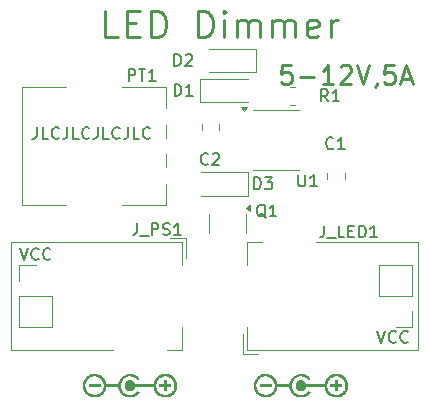
<source format=gbr>
%TF.GenerationSoftware,KiCad,Pcbnew,9.0.3*%
%TF.CreationDate,2025-07-15T20:34:28+12:00*%
%TF.ProjectId,LED_Dimmer,4c45445f-4469-46d6-9d65-722e6b696361,rev?*%
%TF.SameCoordinates,Original*%
%TF.FileFunction,Legend,Top*%
%TF.FilePolarity,Positive*%
%FSLAX46Y46*%
G04 Gerber Fmt 4.6, Leading zero omitted, Abs format (unit mm)*
G04 Created by KiCad (PCBNEW 9.0.3) date 2025-07-15 20:34:28*
%MOMM*%
%LPD*%
G01*
G04 APERTURE LIST*
%ADD10C,0.150000*%
%ADD11C,0.250000*%
%ADD12C,0.120000*%
%ADD13C,0.000000*%
G04 APERTURE END LIST*
D10*
X87122493Y-34119819D02*
X87122493Y-34834104D01*
X87122493Y-34834104D02*
X87074874Y-34976961D01*
X87074874Y-34976961D02*
X86979636Y-35072200D01*
X86979636Y-35072200D02*
X86836779Y-35119819D01*
X86836779Y-35119819D02*
X86741541Y-35119819D01*
X88074874Y-35119819D02*
X87598684Y-35119819D01*
X87598684Y-35119819D02*
X87598684Y-34119819D01*
X88979636Y-35024580D02*
X88932017Y-35072200D01*
X88932017Y-35072200D02*
X88789160Y-35119819D01*
X88789160Y-35119819D02*
X88693922Y-35119819D01*
X88693922Y-35119819D02*
X88551065Y-35072200D01*
X88551065Y-35072200D02*
X88455827Y-34976961D01*
X88455827Y-34976961D02*
X88408208Y-34881723D01*
X88408208Y-34881723D02*
X88360589Y-34691247D01*
X88360589Y-34691247D02*
X88360589Y-34548390D01*
X88360589Y-34548390D02*
X88408208Y-34357914D01*
X88408208Y-34357914D02*
X88455827Y-34262676D01*
X88455827Y-34262676D02*
X88551065Y-34167438D01*
X88551065Y-34167438D02*
X88693922Y-34119819D01*
X88693922Y-34119819D02*
X88789160Y-34119819D01*
X88789160Y-34119819D02*
X88932017Y-34167438D01*
X88932017Y-34167438D02*
X88979636Y-34215057D01*
X89693922Y-34119819D02*
X89693922Y-34834104D01*
X89693922Y-34834104D02*
X89646303Y-34976961D01*
X89646303Y-34976961D02*
X89551065Y-35072200D01*
X89551065Y-35072200D02*
X89408208Y-35119819D01*
X89408208Y-35119819D02*
X89312970Y-35119819D01*
X90646303Y-35119819D02*
X90170113Y-35119819D01*
X90170113Y-35119819D02*
X90170113Y-34119819D01*
X91551065Y-35024580D02*
X91503446Y-35072200D01*
X91503446Y-35072200D02*
X91360589Y-35119819D01*
X91360589Y-35119819D02*
X91265351Y-35119819D01*
X91265351Y-35119819D02*
X91122494Y-35072200D01*
X91122494Y-35072200D02*
X91027256Y-34976961D01*
X91027256Y-34976961D02*
X90979637Y-34881723D01*
X90979637Y-34881723D02*
X90932018Y-34691247D01*
X90932018Y-34691247D02*
X90932018Y-34548390D01*
X90932018Y-34548390D02*
X90979637Y-34357914D01*
X90979637Y-34357914D02*
X91027256Y-34262676D01*
X91027256Y-34262676D02*
X91122494Y-34167438D01*
X91122494Y-34167438D02*
X91265351Y-34119819D01*
X91265351Y-34119819D02*
X91360589Y-34119819D01*
X91360589Y-34119819D02*
X91503446Y-34167438D01*
X91503446Y-34167438D02*
X91551065Y-34215057D01*
X92265351Y-34119819D02*
X92265351Y-34834104D01*
X92265351Y-34834104D02*
X92217732Y-34976961D01*
X92217732Y-34976961D02*
X92122494Y-35072200D01*
X92122494Y-35072200D02*
X91979637Y-35119819D01*
X91979637Y-35119819D02*
X91884399Y-35119819D01*
X93217732Y-35119819D02*
X92741542Y-35119819D01*
X92741542Y-35119819D02*
X92741542Y-34119819D01*
X94122494Y-35024580D02*
X94074875Y-35072200D01*
X94074875Y-35072200D02*
X93932018Y-35119819D01*
X93932018Y-35119819D02*
X93836780Y-35119819D01*
X93836780Y-35119819D02*
X93693923Y-35072200D01*
X93693923Y-35072200D02*
X93598685Y-34976961D01*
X93598685Y-34976961D02*
X93551066Y-34881723D01*
X93551066Y-34881723D02*
X93503447Y-34691247D01*
X93503447Y-34691247D02*
X93503447Y-34548390D01*
X93503447Y-34548390D02*
X93551066Y-34357914D01*
X93551066Y-34357914D02*
X93598685Y-34262676D01*
X93598685Y-34262676D02*
X93693923Y-34167438D01*
X93693923Y-34167438D02*
X93836780Y-34119819D01*
X93836780Y-34119819D02*
X93932018Y-34119819D01*
X93932018Y-34119819D02*
X94074875Y-34167438D01*
X94074875Y-34167438D02*
X94122494Y-34215057D01*
X94836780Y-34119819D02*
X94836780Y-34834104D01*
X94836780Y-34834104D02*
X94789161Y-34976961D01*
X94789161Y-34976961D02*
X94693923Y-35072200D01*
X94693923Y-35072200D02*
X94551066Y-35119819D01*
X94551066Y-35119819D02*
X94455828Y-35119819D01*
X95789161Y-35119819D02*
X95312971Y-35119819D01*
X95312971Y-35119819D02*
X95312971Y-34119819D01*
X96693923Y-35024580D02*
X96646304Y-35072200D01*
X96646304Y-35072200D02*
X96503447Y-35119819D01*
X96503447Y-35119819D02*
X96408209Y-35119819D01*
X96408209Y-35119819D02*
X96265352Y-35072200D01*
X96265352Y-35072200D02*
X96170114Y-34976961D01*
X96170114Y-34976961D02*
X96122495Y-34881723D01*
X96122495Y-34881723D02*
X96074876Y-34691247D01*
X96074876Y-34691247D02*
X96074876Y-34548390D01*
X96074876Y-34548390D02*
X96122495Y-34357914D01*
X96122495Y-34357914D02*
X96170114Y-34262676D01*
X96170114Y-34262676D02*
X96265352Y-34167438D01*
X96265352Y-34167438D02*
X96408209Y-34119819D01*
X96408209Y-34119819D02*
X96503447Y-34119819D01*
X96503447Y-34119819D02*
X96646304Y-34167438D01*
X96646304Y-34167438D02*
X96693923Y-34215057D01*
X85693922Y-44369819D02*
X86027255Y-45369819D01*
X86027255Y-45369819D02*
X86360588Y-44369819D01*
X87265350Y-45274580D02*
X87217731Y-45322200D01*
X87217731Y-45322200D02*
X87074874Y-45369819D01*
X87074874Y-45369819D02*
X86979636Y-45369819D01*
X86979636Y-45369819D02*
X86836779Y-45322200D01*
X86836779Y-45322200D02*
X86741541Y-45226961D01*
X86741541Y-45226961D02*
X86693922Y-45131723D01*
X86693922Y-45131723D02*
X86646303Y-44941247D01*
X86646303Y-44941247D02*
X86646303Y-44798390D01*
X86646303Y-44798390D02*
X86693922Y-44607914D01*
X86693922Y-44607914D02*
X86741541Y-44512676D01*
X86741541Y-44512676D02*
X86836779Y-44417438D01*
X86836779Y-44417438D02*
X86979636Y-44369819D01*
X86979636Y-44369819D02*
X87074874Y-44369819D01*
X87074874Y-44369819D02*
X87217731Y-44417438D01*
X87217731Y-44417438D02*
X87265350Y-44465057D01*
X88265350Y-45274580D02*
X88217731Y-45322200D01*
X88217731Y-45322200D02*
X88074874Y-45369819D01*
X88074874Y-45369819D02*
X87979636Y-45369819D01*
X87979636Y-45369819D02*
X87836779Y-45322200D01*
X87836779Y-45322200D02*
X87741541Y-45226961D01*
X87741541Y-45226961D02*
X87693922Y-45131723D01*
X87693922Y-45131723D02*
X87646303Y-44941247D01*
X87646303Y-44941247D02*
X87646303Y-44798390D01*
X87646303Y-44798390D02*
X87693922Y-44607914D01*
X87693922Y-44607914D02*
X87741541Y-44512676D01*
X87741541Y-44512676D02*
X87836779Y-44417438D01*
X87836779Y-44417438D02*
X87979636Y-44369819D01*
X87979636Y-44369819D02*
X88074874Y-44369819D01*
X88074874Y-44369819D02*
X88217731Y-44417438D01*
X88217731Y-44417438D02*
X88265350Y-44465057D01*
D11*
X108637117Y-28881445D02*
X107875212Y-28881445D01*
X107875212Y-28881445D02*
X107799021Y-29643350D01*
X107799021Y-29643350D02*
X107875212Y-29567159D01*
X107875212Y-29567159D02*
X108027593Y-29490969D01*
X108027593Y-29490969D02*
X108408545Y-29490969D01*
X108408545Y-29490969D02*
X108560926Y-29567159D01*
X108560926Y-29567159D02*
X108637117Y-29643350D01*
X108637117Y-29643350D02*
X108713307Y-29795731D01*
X108713307Y-29795731D02*
X108713307Y-30176683D01*
X108713307Y-30176683D02*
X108637117Y-30329064D01*
X108637117Y-30329064D02*
X108560926Y-30405255D01*
X108560926Y-30405255D02*
X108408545Y-30481445D01*
X108408545Y-30481445D02*
X108027593Y-30481445D01*
X108027593Y-30481445D02*
X107875212Y-30405255D01*
X107875212Y-30405255D02*
X107799021Y-30329064D01*
X109399022Y-29871921D02*
X110618070Y-29871921D01*
X112218069Y-30481445D02*
X111303783Y-30481445D01*
X111760926Y-30481445D02*
X111760926Y-28881445D01*
X111760926Y-28881445D02*
X111608545Y-29110016D01*
X111608545Y-29110016D02*
X111456164Y-29262397D01*
X111456164Y-29262397D02*
X111303783Y-29338588D01*
X112827593Y-29033826D02*
X112903784Y-28957635D01*
X112903784Y-28957635D02*
X113056165Y-28881445D01*
X113056165Y-28881445D02*
X113437117Y-28881445D01*
X113437117Y-28881445D02*
X113589498Y-28957635D01*
X113589498Y-28957635D02*
X113665689Y-29033826D01*
X113665689Y-29033826D02*
X113741879Y-29186207D01*
X113741879Y-29186207D02*
X113741879Y-29338588D01*
X113741879Y-29338588D02*
X113665689Y-29567159D01*
X113665689Y-29567159D02*
X112751403Y-30481445D01*
X112751403Y-30481445D02*
X113741879Y-30481445D01*
X114199022Y-28881445D02*
X114732356Y-30481445D01*
X114732356Y-30481445D02*
X115265689Y-28881445D01*
X115875213Y-30405255D02*
X115875213Y-30481445D01*
X115875213Y-30481445D02*
X115799023Y-30633826D01*
X115799023Y-30633826D02*
X115722832Y-30710016D01*
X117322833Y-28881445D02*
X116560928Y-28881445D01*
X116560928Y-28881445D02*
X116484737Y-29643350D01*
X116484737Y-29643350D02*
X116560928Y-29567159D01*
X116560928Y-29567159D02*
X116713309Y-29490969D01*
X116713309Y-29490969D02*
X117094261Y-29490969D01*
X117094261Y-29490969D02*
X117246642Y-29567159D01*
X117246642Y-29567159D02*
X117322833Y-29643350D01*
X117322833Y-29643350D02*
X117399023Y-29795731D01*
X117399023Y-29795731D02*
X117399023Y-30176683D01*
X117399023Y-30176683D02*
X117322833Y-30329064D01*
X117322833Y-30329064D02*
X117246642Y-30405255D01*
X117246642Y-30405255D02*
X117094261Y-30481445D01*
X117094261Y-30481445D02*
X116713309Y-30481445D01*
X116713309Y-30481445D02*
X116560928Y-30405255D01*
X116560928Y-30405255D02*
X116484737Y-30329064D01*
X118008547Y-30024302D02*
X118770452Y-30024302D01*
X117856166Y-30481445D02*
X118389500Y-28881445D01*
X118389500Y-28881445D02*
X118922833Y-30481445D01*
X93990999Y-26527892D02*
X92919571Y-26527892D01*
X92919571Y-26527892D02*
X92919571Y-24277892D01*
X94741000Y-25349321D02*
X95491000Y-25349321D01*
X95812428Y-26527892D02*
X94741000Y-26527892D01*
X94741000Y-26527892D02*
X94741000Y-24277892D01*
X94741000Y-24277892D02*
X95812428Y-24277892D01*
X96776714Y-26527892D02*
X96776714Y-24277892D01*
X96776714Y-24277892D02*
X97312428Y-24277892D01*
X97312428Y-24277892D02*
X97633857Y-24385035D01*
X97633857Y-24385035D02*
X97848142Y-24599321D01*
X97848142Y-24599321D02*
X97955285Y-24813607D01*
X97955285Y-24813607D02*
X98062428Y-25242178D01*
X98062428Y-25242178D02*
X98062428Y-25563607D01*
X98062428Y-25563607D02*
X97955285Y-25992178D01*
X97955285Y-25992178D02*
X97848142Y-26206464D01*
X97848142Y-26206464D02*
X97633857Y-26420750D01*
X97633857Y-26420750D02*
X97312428Y-26527892D01*
X97312428Y-26527892D02*
X96776714Y-26527892D01*
X100741000Y-26527892D02*
X100741000Y-24277892D01*
X100741000Y-24277892D02*
X101276714Y-24277892D01*
X101276714Y-24277892D02*
X101598143Y-24385035D01*
X101598143Y-24385035D02*
X101812428Y-24599321D01*
X101812428Y-24599321D02*
X101919571Y-24813607D01*
X101919571Y-24813607D02*
X102026714Y-25242178D01*
X102026714Y-25242178D02*
X102026714Y-25563607D01*
X102026714Y-25563607D02*
X101919571Y-25992178D01*
X101919571Y-25992178D02*
X101812428Y-26206464D01*
X101812428Y-26206464D02*
X101598143Y-26420750D01*
X101598143Y-26420750D02*
X101276714Y-26527892D01*
X101276714Y-26527892D02*
X100741000Y-26527892D01*
X102991000Y-26527892D02*
X102991000Y-25027892D01*
X102991000Y-24277892D02*
X102883857Y-24385035D01*
X102883857Y-24385035D02*
X102991000Y-24492178D01*
X102991000Y-24492178D02*
X103098143Y-24385035D01*
X103098143Y-24385035D02*
X102991000Y-24277892D01*
X102991000Y-24277892D02*
X102991000Y-24492178D01*
X104062429Y-26527892D02*
X104062429Y-25027892D01*
X104062429Y-25242178D02*
X104169572Y-25135035D01*
X104169572Y-25135035D02*
X104383857Y-25027892D01*
X104383857Y-25027892D02*
X104705286Y-25027892D01*
X104705286Y-25027892D02*
X104919572Y-25135035D01*
X104919572Y-25135035D02*
X105026715Y-25349321D01*
X105026715Y-25349321D02*
X105026715Y-26527892D01*
X105026715Y-25349321D02*
X105133857Y-25135035D01*
X105133857Y-25135035D02*
X105348143Y-25027892D01*
X105348143Y-25027892D02*
X105669572Y-25027892D01*
X105669572Y-25027892D02*
X105883857Y-25135035D01*
X105883857Y-25135035D02*
X105991000Y-25349321D01*
X105991000Y-25349321D02*
X105991000Y-26527892D01*
X107062429Y-26527892D02*
X107062429Y-25027892D01*
X107062429Y-25242178D02*
X107169572Y-25135035D01*
X107169572Y-25135035D02*
X107383857Y-25027892D01*
X107383857Y-25027892D02*
X107705286Y-25027892D01*
X107705286Y-25027892D02*
X107919572Y-25135035D01*
X107919572Y-25135035D02*
X108026715Y-25349321D01*
X108026715Y-25349321D02*
X108026715Y-26527892D01*
X108026715Y-25349321D02*
X108133857Y-25135035D01*
X108133857Y-25135035D02*
X108348143Y-25027892D01*
X108348143Y-25027892D02*
X108669572Y-25027892D01*
X108669572Y-25027892D02*
X108883857Y-25135035D01*
X108883857Y-25135035D02*
X108991000Y-25349321D01*
X108991000Y-25349321D02*
X108991000Y-26527892D01*
X110919572Y-26420750D02*
X110705286Y-26527892D01*
X110705286Y-26527892D02*
X110276715Y-26527892D01*
X110276715Y-26527892D02*
X110062429Y-26420750D01*
X110062429Y-26420750D02*
X109955286Y-26206464D01*
X109955286Y-26206464D02*
X109955286Y-25349321D01*
X109955286Y-25349321D02*
X110062429Y-25135035D01*
X110062429Y-25135035D02*
X110276715Y-25027892D01*
X110276715Y-25027892D02*
X110705286Y-25027892D01*
X110705286Y-25027892D02*
X110919572Y-25135035D01*
X110919572Y-25135035D02*
X111026715Y-25349321D01*
X111026715Y-25349321D02*
X111026715Y-25563607D01*
X111026715Y-25563607D02*
X109955286Y-25777892D01*
X111991000Y-26527892D02*
X111991000Y-25027892D01*
X111991000Y-25456464D02*
X112098143Y-25242178D01*
X112098143Y-25242178D02*
X112205286Y-25135035D01*
X112205286Y-25135035D02*
X112419571Y-25027892D01*
X112419571Y-25027892D02*
X112633857Y-25027892D01*
D10*
X115943922Y-51369819D02*
X116277255Y-52369819D01*
X116277255Y-52369819D02*
X116610588Y-51369819D01*
X117515350Y-52274580D02*
X117467731Y-52322200D01*
X117467731Y-52322200D02*
X117324874Y-52369819D01*
X117324874Y-52369819D02*
X117229636Y-52369819D01*
X117229636Y-52369819D02*
X117086779Y-52322200D01*
X117086779Y-52322200D02*
X116991541Y-52226961D01*
X116991541Y-52226961D02*
X116943922Y-52131723D01*
X116943922Y-52131723D02*
X116896303Y-51941247D01*
X116896303Y-51941247D02*
X116896303Y-51798390D01*
X116896303Y-51798390D02*
X116943922Y-51607914D01*
X116943922Y-51607914D02*
X116991541Y-51512676D01*
X116991541Y-51512676D02*
X117086779Y-51417438D01*
X117086779Y-51417438D02*
X117229636Y-51369819D01*
X117229636Y-51369819D02*
X117324874Y-51369819D01*
X117324874Y-51369819D02*
X117467731Y-51417438D01*
X117467731Y-51417438D02*
X117515350Y-51465057D01*
X118515350Y-52274580D02*
X118467731Y-52322200D01*
X118467731Y-52322200D02*
X118324874Y-52369819D01*
X118324874Y-52369819D02*
X118229636Y-52369819D01*
X118229636Y-52369819D02*
X118086779Y-52322200D01*
X118086779Y-52322200D02*
X117991541Y-52226961D01*
X117991541Y-52226961D02*
X117943922Y-52131723D01*
X117943922Y-52131723D02*
X117896303Y-51941247D01*
X117896303Y-51941247D02*
X117896303Y-51798390D01*
X117896303Y-51798390D02*
X117943922Y-51607914D01*
X117943922Y-51607914D02*
X117991541Y-51512676D01*
X117991541Y-51512676D02*
X118086779Y-51417438D01*
X118086779Y-51417438D02*
X118229636Y-51369819D01*
X118229636Y-51369819D02*
X118324874Y-51369819D01*
X118324874Y-51369819D02*
X118467731Y-51417438D01*
X118467731Y-51417438D02*
X118515350Y-51465057D01*
X101620688Y-37222200D02*
X101573069Y-37269820D01*
X101573069Y-37269820D02*
X101430212Y-37317439D01*
X101430212Y-37317439D02*
X101334974Y-37317439D01*
X101334974Y-37317439D02*
X101192117Y-37269820D01*
X101192117Y-37269820D02*
X101096879Y-37174581D01*
X101096879Y-37174581D02*
X101049260Y-37079343D01*
X101049260Y-37079343D02*
X101001641Y-36888867D01*
X101001641Y-36888867D02*
X101001641Y-36746010D01*
X101001641Y-36746010D02*
X101049260Y-36555534D01*
X101049260Y-36555534D02*
X101096879Y-36460296D01*
X101096879Y-36460296D02*
X101192117Y-36365058D01*
X101192117Y-36365058D02*
X101334974Y-36317439D01*
X101334974Y-36317439D02*
X101430212Y-36317439D01*
X101430212Y-36317439D02*
X101573069Y-36365058D01*
X101573069Y-36365058D02*
X101620688Y-36412677D01*
X102001641Y-36412677D02*
X102049260Y-36365058D01*
X102049260Y-36365058D02*
X102144498Y-36317439D01*
X102144498Y-36317439D02*
X102382593Y-36317439D01*
X102382593Y-36317439D02*
X102477831Y-36365058D01*
X102477831Y-36365058D02*
X102525450Y-36412677D01*
X102525450Y-36412677D02*
X102573069Y-36507915D01*
X102573069Y-36507915D02*
X102573069Y-36603153D01*
X102573069Y-36603153D02*
X102525450Y-36746010D01*
X102525450Y-36746010D02*
X101954022Y-37317439D01*
X101954022Y-37317439D02*
X102573069Y-37317439D01*
X106494761Y-41783000D02*
X106399523Y-41735381D01*
X106399523Y-41735381D02*
X106304285Y-41640143D01*
X106304285Y-41640143D02*
X106161428Y-41497285D01*
X106161428Y-41497285D02*
X106066190Y-41449666D01*
X106066190Y-41449666D02*
X105970952Y-41449666D01*
X106018571Y-41687762D02*
X105923333Y-41640143D01*
X105923333Y-41640143D02*
X105828095Y-41544904D01*
X105828095Y-41544904D02*
X105780476Y-41354428D01*
X105780476Y-41354428D02*
X105780476Y-41021095D01*
X105780476Y-41021095D02*
X105828095Y-40830619D01*
X105828095Y-40830619D02*
X105923333Y-40735381D01*
X105923333Y-40735381D02*
X106018571Y-40687762D01*
X106018571Y-40687762D02*
X106209047Y-40687762D01*
X106209047Y-40687762D02*
X106304285Y-40735381D01*
X106304285Y-40735381D02*
X106399523Y-40830619D01*
X106399523Y-40830619D02*
X106447142Y-41021095D01*
X106447142Y-41021095D02*
X106447142Y-41354428D01*
X106447142Y-41354428D02*
X106399523Y-41544904D01*
X106399523Y-41544904D02*
X106304285Y-41640143D01*
X106304285Y-41640143D02*
X106209047Y-41687762D01*
X106209047Y-41687762D02*
X106018571Y-41687762D01*
X107399523Y-41687762D02*
X106828095Y-41687762D01*
X107113809Y-41687762D02*
X107113809Y-40687762D01*
X107113809Y-40687762D02*
X107018571Y-40830619D01*
X107018571Y-40830619D02*
X106923333Y-40925857D01*
X106923333Y-40925857D02*
X106828095Y-40973476D01*
X109249611Y-38134813D02*
X109249611Y-38944336D01*
X109249611Y-38944336D02*
X109297230Y-39039574D01*
X109297230Y-39039574D02*
X109344849Y-39087194D01*
X109344849Y-39087194D02*
X109440087Y-39134813D01*
X109440087Y-39134813D02*
X109630563Y-39134813D01*
X109630563Y-39134813D02*
X109725801Y-39087194D01*
X109725801Y-39087194D02*
X109773420Y-39039574D01*
X109773420Y-39039574D02*
X109821039Y-38944336D01*
X109821039Y-38944336D02*
X109821039Y-38134813D01*
X110821039Y-39134813D02*
X110249611Y-39134813D01*
X110535325Y-39134813D02*
X110535325Y-38134813D01*
X110535325Y-38134813D02*
X110440087Y-38277670D01*
X110440087Y-38277670D02*
X110344849Y-38372908D01*
X110344849Y-38372908D02*
X110249611Y-38420527D01*
X95594888Y-42251848D02*
X95594888Y-42966133D01*
X95594888Y-42966133D02*
X95547269Y-43108990D01*
X95547269Y-43108990D02*
X95452031Y-43204229D01*
X95452031Y-43204229D02*
X95309174Y-43251848D01*
X95309174Y-43251848D02*
X95213936Y-43251848D01*
X95832984Y-43347086D02*
X96594888Y-43347086D01*
X96832984Y-43251848D02*
X96832984Y-42251848D01*
X96832984Y-42251848D02*
X97213936Y-42251848D01*
X97213936Y-42251848D02*
X97309174Y-42299467D01*
X97309174Y-42299467D02*
X97356793Y-42347086D01*
X97356793Y-42347086D02*
X97404412Y-42442324D01*
X97404412Y-42442324D02*
X97404412Y-42585181D01*
X97404412Y-42585181D02*
X97356793Y-42680419D01*
X97356793Y-42680419D02*
X97309174Y-42728038D01*
X97309174Y-42728038D02*
X97213936Y-42775657D01*
X97213936Y-42775657D02*
X96832984Y-42775657D01*
X97785365Y-43204229D02*
X97928222Y-43251848D01*
X97928222Y-43251848D02*
X98166317Y-43251848D01*
X98166317Y-43251848D02*
X98261555Y-43204229D01*
X98261555Y-43204229D02*
X98309174Y-43156609D01*
X98309174Y-43156609D02*
X98356793Y-43061371D01*
X98356793Y-43061371D02*
X98356793Y-42966133D01*
X98356793Y-42966133D02*
X98309174Y-42870895D01*
X98309174Y-42870895D02*
X98261555Y-42823276D01*
X98261555Y-42823276D02*
X98166317Y-42775657D01*
X98166317Y-42775657D02*
X97975841Y-42728038D01*
X97975841Y-42728038D02*
X97880603Y-42680419D01*
X97880603Y-42680419D02*
X97832984Y-42632800D01*
X97832984Y-42632800D02*
X97785365Y-42537562D01*
X97785365Y-42537562D02*
X97785365Y-42442324D01*
X97785365Y-42442324D02*
X97832984Y-42347086D01*
X97832984Y-42347086D02*
X97880603Y-42299467D01*
X97880603Y-42299467D02*
X97975841Y-42251848D01*
X97975841Y-42251848D02*
X98213936Y-42251848D01*
X98213936Y-42251848D02*
X98356793Y-42299467D01*
X99309174Y-43251848D02*
X98737746Y-43251848D01*
X99023460Y-43251848D02*
X99023460Y-42251848D01*
X99023460Y-42251848D02*
X98928222Y-42394705D01*
X98928222Y-42394705D02*
X98832984Y-42489943D01*
X98832984Y-42489943D02*
X98737746Y-42537562D01*
X112208847Y-35892390D02*
X112161228Y-35940010D01*
X112161228Y-35940010D02*
X112018371Y-35987629D01*
X112018371Y-35987629D02*
X111923133Y-35987629D01*
X111923133Y-35987629D02*
X111780276Y-35940010D01*
X111780276Y-35940010D02*
X111685038Y-35844771D01*
X111685038Y-35844771D02*
X111637419Y-35749533D01*
X111637419Y-35749533D02*
X111589800Y-35559057D01*
X111589800Y-35559057D02*
X111589800Y-35416200D01*
X111589800Y-35416200D02*
X111637419Y-35225724D01*
X111637419Y-35225724D02*
X111685038Y-35130486D01*
X111685038Y-35130486D02*
X111780276Y-35035248D01*
X111780276Y-35035248D02*
X111923133Y-34987629D01*
X111923133Y-34987629D02*
X112018371Y-34987629D01*
X112018371Y-34987629D02*
X112161228Y-35035248D01*
X112161228Y-35035248D02*
X112208847Y-35082867D01*
X113161228Y-35987629D02*
X112589800Y-35987629D01*
X112875514Y-35987629D02*
X112875514Y-34987629D01*
X112875514Y-34987629D02*
X112780276Y-35130486D01*
X112780276Y-35130486D02*
X112685038Y-35225724D01*
X112685038Y-35225724D02*
X112589800Y-35273343D01*
X111763051Y-31929854D02*
X111429718Y-31453663D01*
X111191623Y-31929854D02*
X111191623Y-30929854D01*
X111191623Y-30929854D02*
X111572575Y-30929854D01*
X111572575Y-30929854D02*
X111667813Y-30977473D01*
X111667813Y-30977473D02*
X111715432Y-31025092D01*
X111715432Y-31025092D02*
X111763051Y-31120330D01*
X111763051Y-31120330D02*
X111763051Y-31263187D01*
X111763051Y-31263187D02*
X111715432Y-31358425D01*
X111715432Y-31358425D02*
X111667813Y-31406044D01*
X111667813Y-31406044D02*
X111572575Y-31453663D01*
X111572575Y-31453663D02*
X111191623Y-31453663D01*
X112715432Y-31929854D02*
X112144004Y-31929854D01*
X112429718Y-31929854D02*
X112429718Y-30929854D01*
X112429718Y-30929854D02*
X112334480Y-31072711D01*
X112334480Y-31072711D02*
X112239242Y-31167949D01*
X112239242Y-31167949D02*
X112144004Y-31215568D01*
X111424571Y-42454819D02*
X111424571Y-43169104D01*
X111424571Y-43169104D02*
X111376952Y-43311961D01*
X111376952Y-43311961D02*
X111281714Y-43407200D01*
X111281714Y-43407200D02*
X111138857Y-43454819D01*
X111138857Y-43454819D02*
X111043619Y-43454819D01*
X111662667Y-43550057D02*
X112424571Y-43550057D01*
X113138857Y-43454819D02*
X112662667Y-43454819D01*
X112662667Y-43454819D02*
X112662667Y-42454819D01*
X113472191Y-42931009D02*
X113805524Y-42931009D01*
X113948381Y-43454819D02*
X113472191Y-43454819D01*
X113472191Y-43454819D02*
X113472191Y-42454819D01*
X113472191Y-42454819D02*
X113948381Y-42454819D01*
X114376953Y-43454819D02*
X114376953Y-42454819D01*
X114376953Y-42454819D02*
X114615048Y-42454819D01*
X114615048Y-42454819D02*
X114757905Y-42502438D01*
X114757905Y-42502438D02*
X114853143Y-42597676D01*
X114853143Y-42597676D02*
X114900762Y-42692914D01*
X114900762Y-42692914D02*
X114948381Y-42883390D01*
X114948381Y-42883390D02*
X114948381Y-43026247D01*
X114948381Y-43026247D02*
X114900762Y-43216723D01*
X114900762Y-43216723D02*
X114853143Y-43311961D01*
X114853143Y-43311961D02*
X114757905Y-43407200D01*
X114757905Y-43407200D02*
X114615048Y-43454819D01*
X114615048Y-43454819D02*
X114376953Y-43454819D01*
X115900762Y-43454819D02*
X115329334Y-43454819D01*
X115615048Y-43454819D02*
X115615048Y-42454819D01*
X115615048Y-42454819D02*
X115519810Y-42597676D01*
X115519810Y-42597676D02*
X115424572Y-42692914D01*
X115424572Y-42692914D02*
X115329334Y-42740533D01*
X98761905Y-28935429D02*
X98761905Y-27935429D01*
X98761905Y-27935429D02*
X99000000Y-27935429D01*
X99000000Y-27935429D02*
X99142857Y-27983048D01*
X99142857Y-27983048D02*
X99238095Y-28078286D01*
X99238095Y-28078286D02*
X99285714Y-28173524D01*
X99285714Y-28173524D02*
X99333333Y-28364000D01*
X99333333Y-28364000D02*
X99333333Y-28506857D01*
X99333333Y-28506857D02*
X99285714Y-28697333D01*
X99285714Y-28697333D02*
X99238095Y-28792571D01*
X99238095Y-28792571D02*
X99142857Y-28887810D01*
X99142857Y-28887810D02*
X99000000Y-28935429D01*
X99000000Y-28935429D02*
X98761905Y-28935429D01*
X99714286Y-28030667D02*
X99761905Y-27983048D01*
X99761905Y-27983048D02*
X99857143Y-27935429D01*
X99857143Y-27935429D02*
X100095238Y-27935429D01*
X100095238Y-27935429D02*
X100190476Y-27983048D01*
X100190476Y-27983048D02*
X100238095Y-28030667D01*
X100238095Y-28030667D02*
X100285714Y-28125905D01*
X100285714Y-28125905D02*
X100285714Y-28221143D01*
X100285714Y-28221143D02*
X100238095Y-28364000D01*
X100238095Y-28364000D02*
X99666667Y-28935429D01*
X99666667Y-28935429D02*
X100285714Y-28935429D01*
X105511905Y-39370450D02*
X105511905Y-38370450D01*
X105511905Y-38370450D02*
X105750000Y-38370450D01*
X105750000Y-38370450D02*
X105892857Y-38418069D01*
X105892857Y-38418069D02*
X105988095Y-38513307D01*
X105988095Y-38513307D02*
X106035714Y-38608545D01*
X106035714Y-38608545D02*
X106083333Y-38799021D01*
X106083333Y-38799021D02*
X106083333Y-38941878D01*
X106083333Y-38941878D02*
X106035714Y-39132354D01*
X106035714Y-39132354D02*
X105988095Y-39227592D01*
X105988095Y-39227592D02*
X105892857Y-39322831D01*
X105892857Y-39322831D02*
X105750000Y-39370450D01*
X105750000Y-39370450D02*
X105511905Y-39370450D01*
X106416667Y-38370450D02*
X107035714Y-38370450D01*
X107035714Y-38370450D02*
X106702381Y-38751402D01*
X106702381Y-38751402D02*
X106845238Y-38751402D01*
X106845238Y-38751402D02*
X106940476Y-38799021D01*
X106940476Y-38799021D02*
X106988095Y-38846640D01*
X106988095Y-38846640D02*
X107035714Y-38941878D01*
X107035714Y-38941878D02*
X107035714Y-39179973D01*
X107035714Y-39179973D02*
X106988095Y-39275211D01*
X106988095Y-39275211D02*
X106940476Y-39322831D01*
X106940476Y-39322831D02*
X106845238Y-39370450D01*
X106845238Y-39370450D02*
X106559524Y-39370450D01*
X106559524Y-39370450D02*
X106464286Y-39322831D01*
X106464286Y-39322831D02*
X106416667Y-39275211D01*
X94880952Y-30202617D02*
X94880952Y-29202617D01*
X94880952Y-29202617D02*
X95261904Y-29202617D01*
X95261904Y-29202617D02*
X95357142Y-29250236D01*
X95357142Y-29250236D02*
X95404761Y-29297855D01*
X95404761Y-29297855D02*
X95452380Y-29393093D01*
X95452380Y-29393093D02*
X95452380Y-29535950D01*
X95452380Y-29535950D02*
X95404761Y-29631188D01*
X95404761Y-29631188D02*
X95357142Y-29678807D01*
X95357142Y-29678807D02*
X95261904Y-29726426D01*
X95261904Y-29726426D02*
X94880952Y-29726426D01*
X95738095Y-29202617D02*
X96309523Y-29202617D01*
X96023809Y-30202617D02*
X96023809Y-29202617D01*
X97166666Y-30202617D02*
X96595238Y-30202617D01*
X96880952Y-30202617D02*
X96880952Y-29202617D01*
X96880952Y-29202617D02*
X96785714Y-29345474D01*
X96785714Y-29345474D02*
X96690476Y-29440712D01*
X96690476Y-29440712D02*
X96595238Y-29488331D01*
X98769300Y-31475427D02*
X98769300Y-30475427D01*
X98769300Y-30475427D02*
X99007395Y-30475427D01*
X99007395Y-30475427D02*
X99150252Y-30523046D01*
X99150252Y-30523046D02*
X99245490Y-30618284D01*
X99245490Y-30618284D02*
X99293109Y-30713522D01*
X99293109Y-30713522D02*
X99340728Y-30903998D01*
X99340728Y-30903998D02*
X99340728Y-31046855D01*
X99340728Y-31046855D02*
X99293109Y-31237331D01*
X99293109Y-31237331D02*
X99245490Y-31332569D01*
X99245490Y-31332569D02*
X99150252Y-31427808D01*
X99150252Y-31427808D02*
X99007395Y-31475427D01*
X99007395Y-31475427D02*
X98769300Y-31475427D01*
X100293109Y-31475427D02*
X99721681Y-31475427D01*
X100007395Y-31475427D02*
X100007395Y-30475427D01*
X100007395Y-30475427D02*
X99912157Y-30618284D01*
X99912157Y-30618284D02*
X99816919Y-30713522D01*
X99816919Y-30713522D02*
X99721681Y-30761141D01*
D12*
%TO.C,C2*%
X101069915Y-34398943D02*
X101069915Y-33876439D01*
X102539915Y-34398943D02*
X102539915Y-33876439D01*
%TO.C,J2*%
X116120001Y-48428108D02*
X116120002Y-45778112D01*
X118879999Y-51078108D02*
X117499999Y-51078109D01*
X118880001Y-49698111D02*
X118879999Y-51078108D01*
X118880002Y-48428111D02*
X116120001Y-48428108D01*
X118880002Y-48428111D02*
X118880003Y-45778108D01*
X118880003Y-45778108D02*
X116120002Y-45778112D01*
%TO.C,Q1*%
X101728000Y-42248943D02*
X101727997Y-41448939D01*
X101728000Y-42248943D02*
X101727997Y-43048938D01*
X104848000Y-42248943D02*
X104848003Y-41448948D01*
X104848000Y-42248943D02*
X104848003Y-43048947D01*
X105127998Y-41188942D02*
X104798000Y-40948943D01*
X105127992Y-40708938D01*
X105127998Y-41188942D01*
G36*
X105127998Y-41188942D02*
G01*
X104798000Y-40948943D01*
X105127992Y-40708938D01*
X105127998Y-41188942D01*
G37*
%TO.C,U1*%
X107348911Y-37771564D02*
X105398915Y-37771567D01*
X107348911Y-37771564D02*
X109298913Y-37771566D01*
X107348915Y-32651570D02*
X105398913Y-32651568D01*
X107348915Y-32651570D02*
X109298911Y-32651567D01*
X104648907Y-32746569D02*
X104408913Y-32416569D01*
X104888913Y-32416567D01*
X104648907Y-32746569D01*
G36*
X104648907Y-32746569D02*
G01*
X104408913Y-32416569D01*
X104888913Y-32416567D01*
X104648907Y-32746569D01*
G37*
D13*
%TO.C,G1_F*%
G36*
X106977948Y-55999999D02*
G01*
X106977948Y-56098602D01*
X106476484Y-56098602D01*
X105975020Y-56098602D01*
X105975020Y-55999999D01*
X105975020Y-55901397D01*
X106476484Y-55901397D01*
X106977948Y-55901397D01*
X106977948Y-55999999D01*
G37*
G36*
X112568637Y-55699966D02*
G01*
X112570118Y-55898580D01*
X112768731Y-55900060D01*
X112967345Y-55901541D01*
X112967345Y-56000071D01*
X112967345Y-56098602D01*
X112767323Y-56098602D01*
X112567301Y-56098602D01*
X112567301Y-56298624D01*
X112567301Y-56498646D01*
X112468770Y-56498646D01*
X112370240Y-56498646D01*
X112368759Y-56300033D01*
X112367278Y-56101419D01*
X112168665Y-56099938D01*
X111970051Y-56098458D01*
X111970051Y-55999999D01*
X111970051Y-55901541D01*
X112168665Y-55900060D01*
X112367278Y-55898580D01*
X112368759Y-55699966D01*
X112370240Y-55501353D01*
X112468698Y-55501353D01*
X112567156Y-55501353D01*
X112568637Y-55699966D01*
G37*
G36*
X112611702Y-55009810D02*
G01*
X112712717Y-55029231D01*
X112810880Y-55058508D01*
X112905379Y-55097337D01*
X112995401Y-55145417D01*
X113080135Y-55202445D01*
X113158769Y-55268118D01*
X113230490Y-55342134D01*
X113252993Y-55368944D01*
X113307275Y-55444503D01*
X113354558Y-55527641D01*
X113394321Y-55616718D01*
X113426043Y-55710093D01*
X113449205Y-55806125D01*
X113463287Y-55903174D01*
X113467769Y-55999599D01*
X113466513Y-56042383D01*
X113455417Y-56153745D01*
X113434471Y-56259646D01*
X113403678Y-56360078D01*
X113363040Y-56455032D01*
X113312562Y-56544501D01*
X113252248Y-56628476D01*
X113182099Y-56706949D01*
X113178881Y-56710182D01*
X113100709Y-56780630D01*
X113016892Y-56841365D01*
X112927657Y-56892291D01*
X112833230Y-56933312D01*
X112733840Y-56964334D01*
X112629714Y-56985259D01*
X112521079Y-56995993D01*
X112497676Y-56996945D01*
X112463196Y-56997483D01*
X112427405Y-56997159D01*
X112394421Y-56996060D01*
X112368360Y-56994273D01*
X112367278Y-56994164D01*
X112260558Y-56977860D01*
X112158270Y-56951637D01*
X112060933Y-56915844D01*
X111969066Y-56870833D01*
X111883188Y-56816954D01*
X111803819Y-56754556D01*
X111731478Y-56683990D01*
X111666683Y-56605607D01*
X111609955Y-56519757D01*
X111578605Y-56462022D01*
X111536594Y-56366872D01*
X111504578Y-56269565D01*
X111483036Y-56171664D01*
X111477257Y-56131000D01*
X111473411Y-56098602D01*
X110701723Y-56098602D01*
X110588947Y-56098621D01*
X110486967Y-56098680D01*
X110395311Y-56098784D01*
X110313506Y-56098937D01*
X110241079Y-56099143D01*
X110177559Y-56099408D01*
X110122472Y-56099734D01*
X110075347Y-56100126D01*
X110035710Y-56100589D01*
X110003088Y-56101127D01*
X109977011Y-56101744D01*
X109957004Y-56102444D01*
X109942595Y-56103232D01*
X109933312Y-56104112D01*
X109928683Y-56105089D01*
X109927955Y-56105645D01*
X109911684Y-56156749D01*
X109895123Y-56199243D01*
X109876788Y-56235724D01*
X109855201Y-56268789D01*
X109828879Y-56301032D01*
X109798103Y-56333306D01*
X109774087Y-56356577D01*
X109754289Y-56373841D01*
X109735408Y-56387485D01*
X109714145Y-56399896D01*
X109687586Y-56413275D01*
X109646313Y-56432088D01*
X109610299Y-56445453D01*
X109575601Y-56454421D01*
X109538273Y-56460046D01*
X109501095Y-56463009D01*
X109426950Y-56462037D01*
X109356335Y-56450714D01*
X109289986Y-56429562D01*
X109228637Y-56399100D01*
X109173024Y-56359849D01*
X109123882Y-56312330D01*
X109081945Y-56257062D01*
X109047950Y-56194567D01*
X109022630Y-56125364D01*
X109022229Y-56123957D01*
X109014917Y-56088419D01*
X109010411Y-56045678D01*
X109008869Y-56002855D01*
X111691895Y-56002855D01*
X111693303Y-56056163D01*
X111697078Y-56105534D01*
X111702010Y-56140860D01*
X111723798Y-56231668D01*
X111755297Y-56317529D01*
X111795918Y-56397860D01*
X111845069Y-56472081D01*
X111902159Y-56539607D01*
X111966598Y-56599857D01*
X112037794Y-56652249D01*
X112115158Y-56696199D01*
X112198097Y-56731127D01*
X112286022Y-56756448D01*
X112336289Y-56766069D01*
X112383981Y-56771430D01*
X112438425Y-56773960D01*
X112495473Y-56773692D01*
X112550980Y-56770664D01*
X112600798Y-56764908D01*
X112607761Y-56763772D01*
X112699280Y-56742678D01*
X112785542Y-56711848D01*
X112866059Y-56671758D01*
X112940338Y-56622882D01*
X113007889Y-56565698D01*
X113068221Y-56500680D01*
X113120844Y-56428305D01*
X113165266Y-56349047D01*
X113200998Y-56263383D01*
X113227547Y-56171788D01*
X113230058Y-56160581D01*
X113234982Y-56129551D01*
X113238492Y-56090172D01*
X113240588Y-56045272D01*
X113241266Y-55997682D01*
X113240525Y-55950232D01*
X113238362Y-55905751D01*
X113234774Y-55867069D01*
X113230325Y-55839553D01*
X113206630Y-55750026D01*
X113175523Y-55668220D01*
X113136319Y-55592819D01*
X113088333Y-55522506D01*
X113031310Y-55456409D01*
X112964135Y-55394307D01*
X112890166Y-55340955D01*
X112810213Y-55296783D01*
X112725081Y-55262222D01*
X112635580Y-55237703D01*
X112612376Y-55233149D01*
X112572803Y-55227841D01*
X112525975Y-55224508D01*
X112475378Y-55223157D01*
X112424497Y-55223793D01*
X112376816Y-55226424D01*
X112335821Y-55231057D01*
X112326578Y-55232609D01*
X112233650Y-55255066D01*
X112145722Y-55287587D01*
X112062445Y-55330332D01*
X111983467Y-55383463D01*
X111963263Y-55399263D01*
X111902932Y-55454854D01*
X111848565Y-55519116D01*
X111800919Y-55590727D01*
X111760749Y-55668368D01*
X111728808Y-55750717D01*
X111705851Y-55836453D01*
X111701888Y-55856697D01*
X111696186Y-55899384D01*
X111692856Y-55949349D01*
X111691895Y-56002855D01*
X109008869Y-56002855D01*
X109008746Y-55999453D01*
X109009958Y-55953464D01*
X109014084Y-55911431D01*
X109019886Y-55881676D01*
X109043598Y-55812659D01*
X109077057Y-55748962D01*
X109119814Y-55691345D01*
X109151697Y-55658157D01*
X109200982Y-55617446D01*
X109254302Y-55585172D01*
X109314582Y-55559599D01*
X109321870Y-55557085D01*
X109345372Y-55549516D01*
X109365503Y-55544239D01*
X109385570Y-55540738D01*
X109408880Y-55538498D01*
X109438742Y-55537005D01*
X109454279Y-55536468D01*
X109510711Y-55536578D01*
X109559991Y-55541279D01*
X109605535Y-55551259D01*
X109650761Y-55567205D01*
X109685291Y-55582885D01*
X109746281Y-55618857D01*
X109800085Y-55663264D01*
X109846111Y-55715404D01*
X109883768Y-55774574D01*
X109912463Y-55840073D01*
X109919144Y-55860547D01*
X109931486Y-55901397D01*
X110702000Y-55901397D01*
X111472514Y-55901397D01*
X111479280Y-55852096D01*
X111499100Y-55748239D01*
X111529385Y-55648130D01*
X111569820Y-55552390D01*
X111620090Y-55461641D01*
X111679879Y-55376506D01*
X111748872Y-55297607D01*
X111771742Y-55274837D01*
X111850562Y-55206546D01*
X111935471Y-55147704D01*
X112026274Y-55098410D01*
X112122773Y-55058759D01*
X112224772Y-55028850D01*
X112299665Y-55013707D01*
X112404364Y-55001745D01*
X112508647Y-55000547D01*
X112611702Y-55009810D01*
G37*
G36*
X106584350Y-55005800D02*
G01*
X106689862Y-55021856D01*
X106791117Y-55047969D01*
X106887573Y-55083709D01*
X106978690Y-55128651D01*
X107063930Y-55182367D01*
X107142750Y-55244430D01*
X107214611Y-55314414D01*
X107278973Y-55391890D01*
X107335295Y-55476432D01*
X107383037Y-55567614D01*
X107421659Y-55665007D01*
X107422885Y-55668660D01*
X107442024Y-55734550D01*
X107458898Y-55810368D01*
X107471032Y-55880268D01*
X107474289Y-55901397D01*
X107975674Y-55901397D01*
X108065678Y-55901367D01*
X108144994Y-55901272D01*
X108214206Y-55901103D01*
X108273895Y-55900853D01*
X108324642Y-55900513D01*
X108367031Y-55900075D01*
X108401642Y-55899531D01*
X108429059Y-55898873D01*
X108449861Y-55898092D01*
X108464633Y-55897181D01*
X108473954Y-55896132D01*
X108478408Y-55894935D01*
X108478978Y-55894354D01*
X108480633Y-55886356D01*
X108483760Y-55869628D01*
X108487925Y-55846543D01*
X108492695Y-55819477D01*
X108493147Y-55816881D01*
X108515920Y-55718249D01*
X108548987Y-55623086D01*
X108591716Y-55532094D01*
X108643478Y-55445976D01*
X108703640Y-55365436D01*
X108771572Y-55291175D01*
X108846643Y-55223898D01*
X108928223Y-55164306D01*
X109015681Y-55113104D01*
X109108385Y-55070993D01*
X109186644Y-55044103D01*
X109268757Y-55023681D01*
X109353793Y-55009739D01*
X109438450Y-55002637D01*
X109519424Y-55002734D01*
X109548376Y-55004719D01*
X109637635Y-55015845D01*
X109720428Y-55033189D01*
X109800254Y-55057738D01*
X109880616Y-55090481D01*
X109921937Y-55110156D01*
X109989518Y-55146831D01*
X110051323Y-55187285D01*
X110110640Y-55233864D01*
X110165400Y-55283714D01*
X110187889Y-55306125D01*
X110210847Y-55330240D01*
X110233050Y-55354622D01*
X110253273Y-55377838D01*
X110270289Y-55398452D01*
X110282874Y-55415029D01*
X110289802Y-55426135D01*
X110290433Y-55430130D01*
X110285305Y-55433771D01*
X110272389Y-55442794D01*
X110253166Y-55456171D01*
X110229113Y-55472872D01*
X110201711Y-55491868D01*
X110200928Y-55492411D01*
X110113681Y-55552845D01*
X110103392Y-55539776D01*
X110051626Y-55478117D01*
X110000206Y-55425682D01*
X109947015Y-55380700D01*
X109889938Y-55341398D01*
X109826861Y-55306005D01*
X109820517Y-55302800D01*
X109759119Y-55274449D01*
X109700949Y-55253061D01*
X109642974Y-55237937D01*
X109582162Y-55228376D01*
X109515479Y-55223681D01*
X109474000Y-55222914D01*
X109424010Y-55223401D01*
X109381806Y-55225580D01*
X109343967Y-55229985D01*
X109307071Y-55237151D01*
X109267693Y-55247612D01*
X109222413Y-55261903D01*
X109220726Y-55262464D01*
X109135245Y-55296751D01*
X109055158Y-55340927D01*
X108980520Y-55394958D01*
X108911384Y-55458808D01*
X108910385Y-55459845D01*
X108849948Y-55529932D01*
X108799472Y-55604455D01*
X108758515Y-55684256D01*
X108726632Y-55770177D01*
X108706729Y-55846808D01*
X108698968Y-55895172D01*
X108694486Y-55950276D01*
X108693281Y-56008436D01*
X108695349Y-56065965D01*
X108700690Y-56119179D01*
X108706893Y-56154273D01*
X108731102Y-56243731D01*
X108762792Y-56325582D01*
X108802724Y-56401264D01*
X108851658Y-56472215D01*
X108910356Y-56539873D01*
X108911449Y-56541010D01*
X108980511Y-56604807D01*
X109055709Y-56659413D01*
X109136314Y-56704447D01*
X109221595Y-56739526D01*
X109310822Y-56764269D01*
X109352860Y-56772053D01*
X109394425Y-56776720D01*
X109442260Y-56779070D01*
X109492882Y-56779171D01*
X109542807Y-56777090D01*
X109588553Y-56772895D01*
X109626129Y-56766763D01*
X109714374Y-56742419D01*
X109798892Y-56708780D01*
X109878492Y-56666572D01*
X109951982Y-56616519D01*
X110018172Y-56559344D01*
X110075868Y-56495773D01*
X110079429Y-56491267D01*
X110096120Y-56471141D01*
X110109093Y-56457925D01*
X110117277Y-56452659D01*
X110118870Y-56452929D01*
X110125228Y-56457468D01*
X110139242Y-56467307D01*
X110159307Y-56481323D01*
X110183817Y-56498395D01*
X110207882Y-56515122D01*
X110290988Y-56572828D01*
X110256358Y-56617593D01*
X110221869Y-56658459D01*
X110180310Y-56701745D01*
X110134632Y-56744713D01*
X110087782Y-56784625D01*
X110042712Y-56818741D01*
X110031244Y-56826596D01*
X109960969Y-56870214D01*
X109892573Y-56905630D01*
X109822600Y-56934565D01*
X109795754Y-56943928D01*
X109691153Y-56973080D01*
X109586450Y-56991017D01*
X109481980Y-56997758D01*
X109378077Y-56993324D01*
X109275074Y-56977735D01*
X109173307Y-56951011D01*
X109073110Y-56913173D01*
X109040149Y-56898110D01*
X108948419Y-56848208D01*
X108863283Y-56789487D01*
X108785231Y-56722603D01*
X108714755Y-56648209D01*
X108652345Y-56566960D01*
X108598491Y-56479509D01*
X108553683Y-56386512D01*
X108518412Y-56288622D01*
X108493168Y-56186494D01*
X108488860Y-56162637D01*
X108478552Y-56101419D01*
X107976280Y-56099980D01*
X107474008Y-56098541D01*
X107471673Y-56111249D01*
X107469838Y-56121574D01*
X107466557Y-56140356D01*
X107462290Y-56164946D01*
X107457498Y-56192695D01*
X107457390Y-56193321D01*
X107434629Y-56293017D01*
X107401705Y-56388706D01*
X107359208Y-56479745D01*
X107307728Y-56565491D01*
X107247857Y-56645303D01*
X107180185Y-56718538D01*
X107105302Y-56784555D01*
X107023800Y-56842711D01*
X106936269Y-56892365D01*
X106843300Y-56932875D01*
X106749754Y-56962494D01*
X106672427Y-56979371D01*
X106591202Y-56991078D01*
X106509626Y-56997310D01*
X106431246Y-56997764D01*
X106377882Y-56994253D01*
X106271467Y-56978105D01*
X106169731Y-56952034D01*
X106073131Y-56916547D01*
X105982124Y-56872149D01*
X105897167Y-56819344D01*
X105818718Y-56758639D01*
X105747233Y-56690538D01*
X105683171Y-56615547D01*
X105626988Y-56534172D01*
X105579142Y-56446917D01*
X105540089Y-56354287D01*
X105510288Y-56256789D01*
X105490194Y-56154928D01*
X105480267Y-56049208D01*
X105479237Y-56001119D01*
X105480003Y-55985740D01*
X105701654Y-55985740D01*
X105702424Y-56038099D01*
X105705287Y-56088255D01*
X105710215Y-56132893D01*
X105714720Y-56158350D01*
X105738903Y-56249084D01*
X105770953Y-56332295D01*
X105811412Y-56409022D01*
X105860825Y-56480304D01*
X105915265Y-56542598D01*
X105983705Y-56605666D01*
X106057510Y-56658868D01*
X106136829Y-56702282D01*
X106221813Y-56735985D01*
X106312612Y-56760055D01*
X106346892Y-56766401D01*
X106380808Y-56770299D01*
X106422527Y-56772473D01*
X106469002Y-56773000D01*
X106517185Y-56771958D01*
X106564029Y-56769424D01*
X106606485Y-56765474D01*
X106641506Y-56760188D01*
X106648334Y-56758758D01*
X106740308Y-56732664D01*
X106826290Y-56697240D01*
X106905832Y-56652936D01*
X106978483Y-56600205D01*
X107043795Y-56539500D01*
X107101317Y-56471271D01*
X107150600Y-56395972D01*
X107191194Y-56314053D01*
X107222650Y-56225968D01*
X107237907Y-56165971D01*
X107244196Y-56127954D01*
X107248629Y-56082595D01*
X107251178Y-56032885D01*
X107251816Y-55981813D01*
X107250514Y-55932369D01*
X107247244Y-55887543D01*
X107241977Y-55850325D01*
X107240928Y-55845188D01*
X107215290Y-55750293D01*
X107180770Y-55662029D01*
X107137529Y-55580628D01*
X107085727Y-55506321D01*
X107025526Y-55439340D01*
X106957085Y-55379917D01*
X106884147Y-55330418D01*
X106805002Y-55289456D01*
X106720700Y-55257918D01*
X106632547Y-55235996D01*
X106541850Y-55223885D01*
X106449917Y-55221777D01*
X106358055Y-55229866D01*
X106290548Y-55242611D01*
X106201112Y-55269065D01*
X106117264Y-55305051D01*
X106039505Y-55350043D01*
X105968334Y-55403519D01*
X105904252Y-55464955D01*
X105847757Y-55533826D01*
X105799351Y-55609609D01*
X105759532Y-55691780D01*
X105728801Y-55779816D01*
X105712175Y-55848580D01*
X105706502Y-55887666D01*
X105703005Y-55934491D01*
X105701654Y-55985740D01*
X105480003Y-55985740D01*
X105484593Y-55893589D01*
X105500180Y-55789942D01*
X105525494Y-55690633D01*
X105560030Y-55596116D01*
X105603285Y-55506844D01*
X105654755Y-55423270D01*
X105713937Y-55345849D01*
X105780326Y-55275035D01*
X105853419Y-55211280D01*
X105932711Y-55155040D01*
X106017700Y-55106767D01*
X106107882Y-55066915D01*
X106202751Y-55035938D01*
X106301806Y-55014291D01*
X106404542Y-55002426D01*
X106510454Y-55000797D01*
X106584350Y-55005800D01*
G37*
D12*
%TO.C,J1*%
X85620000Y-45768110D02*
X87000000Y-45768110D01*
X85620000Y-47148110D02*
X85620000Y-45768110D01*
X85620000Y-48418110D02*
X85620000Y-51068110D01*
X85620000Y-48418110D02*
X88380000Y-48418110D01*
X85620000Y-51068110D02*
X88380000Y-51068110D01*
X88380000Y-48418110D02*
X88380000Y-51068110D01*
%TO.C,J_PS1*%
X84915999Y-43823111D02*
X99416002Y-43823111D01*
X84916001Y-53023108D02*
X84915999Y-43823111D01*
X93516000Y-53023110D02*
X84916001Y-53023108D01*
X99415999Y-53023107D02*
X98115998Y-53023113D01*
X99416002Y-43823111D02*
X99416000Y-45823106D01*
X99416003Y-51023109D02*
X99415999Y-53023107D01*
X99716003Y-43523114D02*
X98415999Y-43523110D01*
X99716004Y-45223108D02*
X99716003Y-43523114D01*
%TO.C,C1*%
X111708516Y-38548752D02*
X111708516Y-38026248D01*
X113178516Y-38548752D02*
X113178516Y-38026248D01*
%TO.C,R1*%
X109005461Y-30765001D02*
X108551331Y-30765001D01*
X109005461Y-32234999D02*
X108551331Y-32234999D01*
%TO.C,J_LED1*%
X104573999Y-51623110D02*
X104574000Y-53323108D01*
X104574000Y-53323108D02*
X105874001Y-53323111D01*
X104874000Y-53023109D02*
X104874002Y-51023110D01*
X104874001Y-45823110D02*
X104874002Y-43823110D01*
X104874002Y-43823110D02*
X106174002Y-43823108D01*
X110774001Y-43823109D02*
X119374000Y-43823109D01*
X119374000Y-43823109D02*
X119374002Y-53023108D01*
X119374002Y-53023108D02*
X104874000Y-53023109D01*
D13*
%TO.C,G1_F*%
G36*
X92499948Y-55999999D02*
G01*
X92499948Y-56098602D01*
X91998484Y-56098602D01*
X91497020Y-56098602D01*
X91497020Y-55999999D01*
X91497020Y-55901397D01*
X91998484Y-55901397D01*
X92499948Y-55901397D01*
X92499948Y-55999999D01*
G37*
G36*
X98090637Y-55699966D02*
G01*
X98092118Y-55898580D01*
X98290731Y-55900060D01*
X98489345Y-55901541D01*
X98489345Y-56000071D01*
X98489345Y-56098602D01*
X98289323Y-56098602D01*
X98089301Y-56098602D01*
X98089301Y-56298624D01*
X98089301Y-56498646D01*
X97990770Y-56498646D01*
X97892240Y-56498646D01*
X97890759Y-56300033D01*
X97889278Y-56101419D01*
X97690665Y-56099938D01*
X97492051Y-56098458D01*
X97492051Y-55999999D01*
X97492051Y-55901541D01*
X97690665Y-55900060D01*
X97889278Y-55898580D01*
X97890759Y-55699966D01*
X97892240Y-55501353D01*
X97990698Y-55501353D01*
X98089156Y-55501353D01*
X98090637Y-55699966D01*
G37*
G36*
X98133702Y-55009810D02*
G01*
X98234717Y-55029231D01*
X98332880Y-55058508D01*
X98427379Y-55097337D01*
X98517401Y-55145417D01*
X98602135Y-55202445D01*
X98680769Y-55268118D01*
X98752490Y-55342134D01*
X98774993Y-55368944D01*
X98829275Y-55444503D01*
X98876558Y-55527641D01*
X98916321Y-55616718D01*
X98948043Y-55710093D01*
X98971205Y-55806125D01*
X98985287Y-55903174D01*
X98989769Y-55999599D01*
X98988513Y-56042383D01*
X98977417Y-56153745D01*
X98956471Y-56259646D01*
X98925678Y-56360078D01*
X98885040Y-56455032D01*
X98834562Y-56544501D01*
X98774248Y-56628476D01*
X98704099Y-56706949D01*
X98700881Y-56710182D01*
X98622709Y-56780630D01*
X98538892Y-56841365D01*
X98449657Y-56892291D01*
X98355230Y-56933312D01*
X98255840Y-56964334D01*
X98151714Y-56985259D01*
X98043079Y-56995993D01*
X98019676Y-56996945D01*
X97985196Y-56997483D01*
X97949405Y-56997159D01*
X97916421Y-56996060D01*
X97890360Y-56994273D01*
X97889278Y-56994164D01*
X97782558Y-56977860D01*
X97680270Y-56951637D01*
X97582933Y-56915844D01*
X97491066Y-56870833D01*
X97405188Y-56816954D01*
X97325819Y-56754556D01*
X97253478Y-56683990D01*
X97188683Y-56605607D01*
X97131955Y-56519757D01*
X97100605Y-56462022D01*
X97058594Y-56366872D01*
X97026578Y-56269565D01*
X97005036Y-56171664D01*
X96999257Y-56131000D01*
X96995411Y-56098602D01*
X96223723Y-56098602D01*
X96110947Y-56098621D01*
X96008967Y-56098680D01*
X95917311Y-56098784D01*
X95835506Y-56098937D01*
X95763079Y-56099143D01*
X95699559Y-56099408D01*
X95644472Y-56099734D01*
X95597347Y-56100126D01*
X95557710Y-56100589D01*
X95525088Y-56101127D01*
X95499011Y-56101744D01*
X95479004Y-56102444D01*
X95464595Y-56103232D01*
X95455312Y-56104112D01*
X95450683Y-56105089D01*
X95449955Y-56105645D01*
X95433684Y-56156749D01*
X95417123Y-56199243D01*
X95398788Y-56235724D01*
X95377201Y-56268789D01*
X95350879Y-56301032D01*
X95320103Y-56333306D01*
X95296087Y-56356577D01*
X95276289Y-56373841D01*
X95257408Y-56387485D01*
X95236145Y-56399896D01*
X95209586Y-56413275D01*
X95168313Y-56432088D01*
X95132299Y-56445453D01*
X95097601Y-56454421D01*
X95060273Y-56460046D01*
X95023095Y-56463009D01*
X94948950Y-56462037D01*
X94878335Y-56450714D01*
X94811986Y-56429562D01*
X94750637Y-56399100D01*
X94695024Y-56359849D01*
X94645882Y-56312330D01*
X94603945Y-56257062D01*
X94569950Y-56194567D01*
X94544630Y-56125364D01*
X94544229Y-56123957D01*
X94536917Y-56088419D01*
X94532411Y-56045678D01*
X94530869Y-56002855D01*
X97213895Y-56002855D01*
X97215303Y-56056163D01*
X97219078Y-56105534D01*
X97224010Y-56140860D01*
X97245798Y-56231668D01*
X97277297Y-56317529D01*
X97317918Y-56397860D01*
X97367069Y-56472081D01*
X97424159Y-56539607D01*
X97488598Y-56599857D01*
X97559794Y-56652249D01*
X97637158Y-56696199D01*
X97720097Y-56731127D01*
X97808022Y-56756448D01*
X97858289Y-56766069D01*
X97905981Y-56771430D01*
X97960425Y-56773960D01*
X98017473Y-56773692D01*
X98072980Y-56770664D01*
X98122798Y-56764908D01*
X98129761Y-56763772D01*
X98221280Y-56742678D01*
X98307542Y-56711848D01*
X98388059Y-56671758D01*
X98462338Y-56622882D01*
X98529889Y-56565698D01*
X98590221Y-56500680D01*
X98642844Y-56428305D01*
X98687266Y-56349047D01*
X98722998Y-56263383D01*
X98749547Y-56171788D01*
X98752058Y-56160581D01*
X98756982Y-56129551D01*
X98760492Y-56090172D01*
X98762588Y-56045272D01*
X98763266Y-55997682D01*
X98762525Y-55950232D01*
X98760362Y-55905751D01*
X98756774Y-55867069D01*
X98752325Y-55839553D01*
X98728630Y-55750026D01*
X98697523Y-55668220D01*
X98658319Y-55592819D01*
X98610333Y-55522506D01*
X98553310Y-55456409D01*
X98486135Y-55394307D01*
X98412166Y-55340955D01*
X98332213Y-55296783D01*
X98247081Y-55262222D01*
X98157580Y-55237703D01*
X98134376Y-55233149D01*
X98094803Y-55227841D01*
X98047975Y-55224508D01*
X97997378Y-55223157D01*
X97946497Y-55223793D01*
X97898816Y-55226424D01*
X97857821Y-55231057D01*
X97848578Y-55232609D01*
X97755650Y-55255066D01*
X97667722Y-55287587D01*
X97584445Y-55330332D01*
X97505467Y-55383463D01*
X97485263Y-55399263D01*
X97424932Y-55454854D01*
X97370565Y-55519116D01*
X97322919Y-55590727D01*
X97282749Y-55668368D01*
X97250808Y-55750717D01*
X97227851Y-55836453D01*
X97223888Y-55856697D01*
X97218186Y-55899384D01*
X97214856Y-55949349D01*
X97213895Y-56002855D01*
X94530869Y-56002855D01*
X94530746Y-55999453D01*
X94531958Y-55953464D01*
X94536084Y-55911431D01*
X94541886Y-55881676D01*
X94565598Y-55812659D01*
X94599057Y-55748962D01*
X94641814Y-55691345D01*
X94673697Y-55658157D01*
X94722982Y-55617446D01*
X94776302Y-55585172D01*
X94836582Y-55559599D01*
X94843870Y-55557085D01*
X94867372Y-55549516D01*
X94887503Y-55544239D01*
X94907570Y-55540738D01*
X94930880Y-55538498D01*
X94960742Y-55537005D01*
X94976279Y-55536468D01*
X95032711Y-55536578D01*
X95081991Y-55541279D01*
X95127535Y-55551259D01*
X95172761Y-55567205D01*
X95207291Y-55582885D01*
X95268281Y-55618857D01*
X95322085Y-55663264D01*
X95368111Y-55715404D01*
X95405768Y-55774574D01*
X95434463Y-55840073D01*
X95441144Y-55860547D01*
X95453486Y-55901397D01*
X96224000Y-55901397D01*
X96994514Y-55901397D01*
X97001280Y-55852096D01*
X97021100Y-55748239D01*
X97051385Y-55648130D01*
X97091820Y-55552390D01*
X97142090Y-55461641D01*
X97201879Y-55376506D01*
X97270872Y-55297607D01*
X97293742Y-55274837D01*
X97372562Y-55206546D01*
X97457471Y-55147704D01*
X97548274Y-55098410D01*
X97644773Y-55058759D01*
X97746772Y-55028850D01*
X97821665Y-55013707D01*
X97926364Y-55001745D01*
X98030647Y-55000547D01*
X98133702Y-55009810D01*
G37*
G36*
X92106350Y-55005800D02*
G01*
X92211862Y-55021856D01*
X92313117Y-55047969D01*
X92409573Y-55083709D01*
X92500690Y-55128651D01*
X92585930Y-55182367D01*
X92664750Y-55244430D01*
X92736611Y-55314414D01*
X92800973Y-55391890D01*
X92857295Y-55476432D01*
X92905037Y-55567614D01*
X92943659Y-55665007D01*
X92944885Y-55668660D01*
X92964024Y-55734550D01*
X92980898Y-55810368D01*
X92993032Y-55880268D01*
X92996289Y-55901397D01*
X93497674Y-55901397D01*
X93587678Y-55901367D01*
X93666994Y-55901272D01*
X93736206Y-55901103D01*
X93795895Y-55900853D01*
X93846642Y-55900513D01*
X93889031Y-55900075D01*
X93923642Y-55899531D01*
X93951059Y-55898873D01*
X93971861Y-55898092D01*
X93986633Y-55897181D01*
X93995954Y-55896132D01*
X94000408Y-55894935D01*
X94000978Y-55894354D01*
X94002633Y-55886356D01*
X94005760Y-55869628D01*
X94009925Y-55846543D01*
X94014695Y-55819477D01*
X94015147Y-55816881D01*
X94037920Y-55718249D01*
X94070987Y-55623086D01*
X94113716Y-55532094D01*
X94165478Y-55445976D01*
X94225640Y-55365436D01*
X94293572Y-55291175D01*
X94368643Y-55223898D01*
X94450223Y-55164306D01*
X94537681Y-55113104D01*
X94630385Y-55070993D01*
X94708644Y-55044103D01*
X94790757Y-55023681D01*
X94875793Y-55009739D01*
X94960450Y-55002637D01*
X95041424Y-55002734D01*
X95070376Y-55004719D01*
X95159635Y-55015845D01*
X95242428Y-55033189D01*
X95322254Y-55057738D01*
X95402616Y-55090481D01*
X95443937Y-55110156D01*
X95511518Y-55146831D01*
X95573323Y-55187285D01*
X95632640Y-55233864D01*
X95687400Y-55283714D01*
X95709889Y-55306125D01*
X95732847Y-55330240D01*
X95755050Y-55354622D01*
X95775273Y-55377838D01*
X95792289Y-55398452D01*
X95804874Y-55415029D01*
X95811802Y-55426135D01*
X95812433Y-55430130D01*
X95807305Y-55433771D01*
X95794389Y-55442794D01*
X95775166Y-55456171D01*
X95751113Y-55472872D01*
X95723711Y-55491868D01*
X95722928Y-55492411D01*
X95635681Y-55552845D01*
X95625392Y-55539776D01*
X95573626Y-55478117D01*
X95522206Y-55425682D01*
X95469015Y-55380700D01*
X95411938Y-55341398D01*
X95348861Y-55306005D01*
X95342517Y-55302800D01*
X95281119Y-55274449D01*
X95222949Y-55253061D01*
X95164974Y-55237937D01*
X95104162Y-55228376D01*
X95037479Y-55223681D01*
X94996000Y-55222914D01*
X94946010Y-55223401D01*
X94903806Y-55225580D01*
X94865967Y-55229985D01*
X94829071Y-55237151D01*
X94789693Y-55247612D01*
X94744413Y-55261903D01*
X94742726Y-55262464D01*
X94657245Y-55296751D01*
X94577158Y-55340927D01*
X94502520Y-55394958D01*
X94433384Y-55458808D01*
X94432385Y-55459845D01*
X94371948Y-55529932D01*
X94321472Y-55604455D01*
X94280515Y-55684256D01*
X94248632Y-55770177D01*
X94228729Y-55846808D01*
X94220968Y-55895172D01*
X94216486Y-55950276D01*
X94215281Y-56008436D01*
X94217349Y-56065965D01*
X94222690Y-56119179D01*
X94228893Y-56154273D01*
X94253102Y-56243731D01*
X94284792Y-56325582D01*
X94324724Y-56401264D01*
X94373658Y-56472215D01*
X94432356Y-56539873D01*
X94433449Y-56541010D01*
X94502511Y-56604807D01*
X94577709Y-56659413D01*
X94658314Y-56704447D01*
X94743595Y-56739526D01*
X94832822Y-56764269D01*
X94874860Y-56772053D01*
X94916425Y-56776720D01*
X94964260Y-56779070D01*
X95014882Y-56779171D01*
X95064807Y-56777090D01*
X95110553Y-56772895D01*
X95148129Y-56766763D01*
X95236374Y-56742419D01*
X95320892Y-56708780D01*
X95400492Y-56666572D01*
X95473982Y-56616519D01*
X95540172Y-56559344D01*
X95597868Y-56495773D01*
X95601429Y-56491267D01*
X95618120Y-56471141D01*
X95631093Y-56457925D01*
X95639277Y-56452659D01*
X95640870Y-56452929D01*
X95647228Y-56457468D01*
X95661242Y-56467307D01*
X95681307Y-56481323D01*
X95705817Y-56498395D01*
X95729882Y-56515122D01*
X95812988Y-56572828D01*
X95778358Y-56617593D01*
X95743869Y-56658459D01*
X95702310Y-56701745D01*
X95656632Y-56744713D01*
X95609782Y-56784625D01*
X95564712Y-56818741D01*
X95553244Y-56826596D01*
X95482969Y-56870214D01*
X95414573Y-56905630D01*
X95344600Y-56934565D01*
X95317754Y-56943928D01*
X95213153Y-56973080D01*
X95108450Y-56991017D01*
X95003980Y-56997758D01*
X94900077Y-56993324D01*
X94797074Y-56977735D01*
X94695307Y-56951011D01*
X94595110Y-56913173D01*
X94562149Y-56898110D01*
X94470419Y-56848208D01*
X94385283Y-56789487D01*
X94307231Y-56722603D01*
X94236755Y-56648209D01*
X94174345Y-56566960D01*
X94120491Y-56479509D01*
X94075683Y-56386512D01*
X94040412Y-56288622D01*
X94015168Y-56186494D01*
X94010860Y-56162637D01*
X94000552Y-56101419D01*
X93498280Y-56099980D01*
X92996008Y-56098541D01*
X92993673Y-56111249D01*
X92991838Y-56121574D01*
X92988557Y-56140356D01*
X92984290Y-56164946D01*
X92979498Y-56192695D01*
X92979390Y-56193321D01*
X92956629Y-56293017D01*
X92923705Y-56388706D01*
X92881208Y-56479745D01*
X92829728Y-56565491D01*
X92769857Y-56645303D01*
X92702185Y-56718538D01*
X92627302Y-56784555D01*
X92545800Y-56842711D01*
X92458269Y-56892365D01*
X92365300Y-56932875D01*
X92271754Y-56962494D01*
X92194427Y-56979371D01*
X92113202Y-56991078D01*
X92031626Y-56997310D01*
X91953246Y-56997764D01*
X91899882Y-56994253D01*
X91793467Y-56978105D01*
X91691731Y-56952034D01*
X91595131Y-56916547D01*
X91504124Y-56872149D01*
X91419167Y-56819344D01*
X91340718Y-56758639D01*
X91269233Y-56690538D01*
X91205171Y-56615547D01*
X91148988Y-56534172D01*
X91101142Y-56446917D01*
X91062089Y-56354287D01*
X91032288Y-56256789D01*
X91012194Y-56154928D01*
X91002267Y-56049208D01*
X91001237Y-56001119D01*
X91002003Y-55985740D01*
X91223654Y-55985740D01*
X91224424Y-56038099D01*
X91227287Y-56088255D01*
X91232215Y-56132893D01*
X91236720Y-56158350D01*
X91260903Y-56249084D01*
X91292953Y-56332295D01*
X91333412Y-56409022D01*
X91382825Y-56480304D01*
X91437265Y-56542598D01*
X91505705Y-56605666D01*
X91579510Y-56658868D01*
X91658829Y-56702282D01*
X91743813Y-56735985D01*
X91834612Y-56760055D01*
X91868892Y-56766401D01*
X91902808Y-56770299D01*
X91944527Y-56772473D01*
X91991002Y-56773000D01*
X92039185Y-56771958D01*
X92086029Y-56769424D01*
X92128485Y-56765474D01*
X92163506Y-56760188D01*
X92170334Y-56758758D01*
X92262308Y-56732664D01*
X92348290Y-56697240D01*
X92427832Y-56652936D01*
X92500483Y-56600205D01*
X92565795Y-56539500D01*
X92623317Y-56471271D01*
X92672600Y-56395972D01*
X92713194Y-56314053D01*
X92744650Y-56225968D01*
X92759907Y-56165971D01*
X92766196Y-56127954D01*
X92770629Y-56082595D01*
X92773178Y-56032885D01*
X92773816Y-55981813D01*
X92772514Y-55932369D01*
X92769244Y-55887543D01*
X92763977Y-55850325D01*
X92762928Y-55845188D01*
X92737290Y-55750293D01*
X92702770Y-55662029D01*
X92659529Y-55580628D01*
X92607727Y-55506321D01*
X92547526Y-55439340D01*
X92479085Y-55379917D01*
X92406147Y-55330418D01*
X92327002Y-55289456D01*
X92242700Y-55257918D01*
X92154547Y-55235996D01*
X92063850Y-55223885D01*
X91971917Y-55221777D01*
X91880055Y-55229866D01*
X91812548Y-55242611D01*
X91723112Y-55269065D01*
X91639264Y-55305051D01*
X91561505Y-55350043D01*
X91490334Y-55403519D01*
X91426252Y-55464955D01*
X91369757Y-55533826D01*
X91321351Y-55609609D01*
X91281532Y-55691780D01*
X91250801Y-55779816D01*
X91234175Y-55848580D01*
X91228502Y-55887666D01*
X91225005Y-55934491D01*
X91223654Y-55985740D01*
X91002003Y-55985740D01*
X91006593Y-55893589D01*
X91022180Y-55789942D01*
X91047494Y-55690633D01*
X91082030Y-55596116D01*
X91125285Y-55506844D01*
X91176755Y-55423270D01*
X91235937Y-55345849D01*
X91302326Y-55275035D01*
X91375419Y-55211280D01*
X91454711Y-55155040D01*
X91539700Y-55106767D01*
X91629882Y-55066915D01*
X91724751Y-55035938D01*
X91823806Y-55014291D01*
X91926542Y-55002426D01*
X92032454Y-55000797D01*
X92106350Y-55005800D01*
G37*
D12*
%TO.C,D2*%
X105677395Y-27480612D02*
X101667398Y-27480611D01*
X105677397Y-29480610D02*
X101667398Y-29480611D01*
X105677397Y-29480610D02*
X105677395Y-27480612D01*
%TO.C,D3*%
X104976585Y-37915630D02*
X100966586Y-37915632D01*
X104976586Y-39915631D02*
X100966586Y-39915632D01*
X104976586Y-39915631D02*
X104976585Y-37915630D01*
%TO.C,PT1*%
X85843398Y-30759613D02*
X89588402Y-30759612D01*
X85843403Y-40679617D02*
X85843398Y-30759613D01*
X89588402Y-40679612D02*
X85843403Y-40679617D01*
X94318402Y-30759612D02*
X98063399Y-30759612D01*
X98063397Y-36415610D02*
X98063402Y-37523612D01*
X98063399Y-30759612D02*
X98063402Y-32523616D01*
X98063401Y-38915611D02*
X98063403Y-40679616D01*
X98063402Y-33915609D02*
X98063402Y-35023617D01*
X98063403Y-40679616D02*
X94318405Y-40679616D01*
%TO.C,D1*%
X100957397Y-30020610D02*
X100957400Y-32020607D01*
X100957397Y-30020610D02*
X104967396Y-30020611D01*
X100957400Y-32020607D02*
X104967396Y-32020611D01*
%TD*%
M02*

</source>
